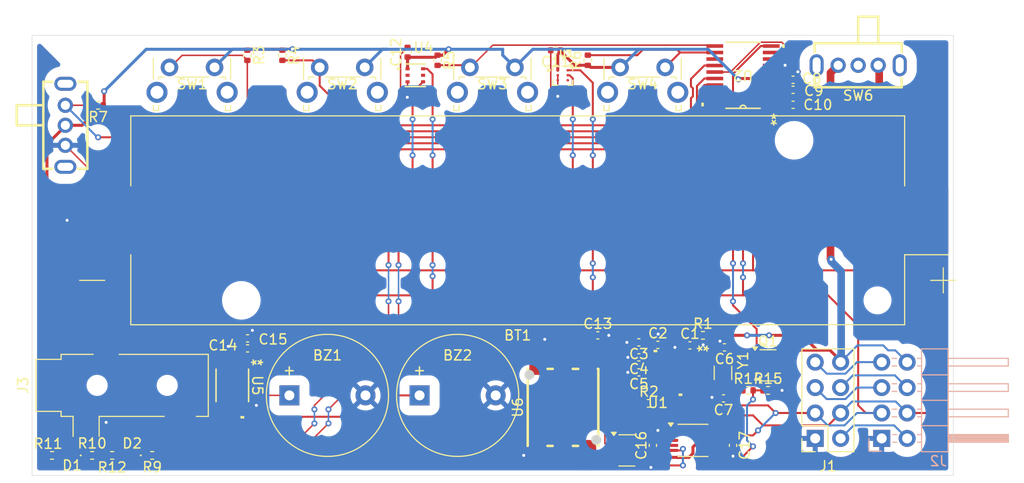
<source format=kicad_pcb>
(kicad_pcb (version 20240108) (generator "pcbnew") (generator_version "8.0")
  (layers (0 "F.Cu" signal) (31 "B.Cu" signal) (34 "B.Paste" user) (35 "F.Paste" user) (36 "B.SilkS" user "B.Silkscreen") (37 "F.SilkS" user "F.Silkscreen") (38 "B.Mask" user) (39 "F.Mask" user) (44 "Edge.Cuts" user))
  (net 0 "")
  (net 1 "+3V3")
  (net 2 "Net-(U1-BOOTN)")
  (net 3 "Net-(U1-CAP)")
  (net 4 "Net-(U1-XIN32)")
  (net 5 "GND")
  (net 6 "Net-(D1-K)")
  (net 7 "Net-(D1-A)")
  (net 8 "Net-(D2-A)")
  (net 9 "Net-(D2-K)")
  (net 10 "Net-(U1-S_SCL)")
  (net 11 "Net-(U2-P3)")
  (net 12 "Net-(U2-P4)")
  (net 13 "Net-(U2-P5)")
  (net 15 "Net-(Q1-E)")
  (net 16 "/Motion Sensor/INT")
  (net 20 "/Motion Sensor/RST")
  (net 27 "/DigitalMuxer/P2")
  (net 28 "/Temperature and Humidity/INT")
  (net 30 "SCL")
  (net 31 "SDA")
  (net 32 "Net-(J1-Pin_6)")
  (net 33 "UART_TX")
  (net 34 "UART_RX")
  (net 35 "Net-(J1-Pin_5)")
  (net 36 "Net-(U1-XOUT32{slash}CLKSEL1)")
  (net 37 "Net-(U6-VOUT+)")
  (net 38 "Net-(U6-VOUT-)")
  (net 39 "/Light Sensor/INT")
  (net 40 "Net-(BZ1-+)")
  (net 41 "Net-(BZ2-+)")
  (net 42 "Net-(U5-VOUTB)")
  (net 43 "Net-(U7-AIN3)")
  (net 44 "Net-(U5-VOUTA)")
  (net 46 "Net-(BT1-+)")
  (net 47 "/DigitalMuxer/~{INT}")
  (net 48 "/DAC and Sound/RDY{slash}~{BSY}")
  (net 49 "/Pressure and ADC/ALERT{slash}RDY")
  (net 52 "Net-(U7-AIN1)")
  (net 53 "/Pressure and ADC/~{SHDN}")
  (net 55 "Net-(U2-P2)")
  (net 56 "Net-(U2-P1)")
  (footprint "Battery:BatteryHolder_Keystone_1042_1x18650" (layer "F.Cu") (at 142.5 63.5 180)
    (property "Reference" "BT1")
    (property "Value" "3.3V")
  )
  (footprint "Capacitor_SMD:C_0402_1005Metric" (layer "F.Cu") (at 154.6 78.7 180)
    (property "Reference" "C5")
    (property "Value" "1uF")
  )
  (footprint "Crystal:Crystal_SMD_3215-2Pin_3.2x1.5mm" (layer "F.Cu") (at 163 78.75 90)
    (property "Reference" "Y1")
    (property "Value" "Crystal_32.768kHz")
  )
  (footprint "Package_TO_SOT_SMD:SOT-23-3" (layer "F.Cu") (at 167.5 78)
    (property "Reference" "Q1")
    (property "Value" "Q_NPN_BEC")
  )
  (footprint "Resistor_SMD:R_0402_1005Metric" (layer "F.Cu") (at 165.5 80.5)
    (property "Reference" "R14")
    (property "Value" "R")
  )
  (footprint "Peanut:LTR-308ALS-01_LTO" (layer "F.Cu") (at 132.2747 49)
    (property "Reference" "U4")
    (property "Value" "LTR-303ALS-01")
  )
  (footprint "Capacitor_SMD:C_0402_1005Metric" (layer "F.Cu") (at 156.5 75.95)
    (property "Reference" "C2")
    (property "Value" "100nF")
  )
  (footprint "Resistor_SMD:R_0402_1005Metric" (layer "F.Cu") (at 161 75)
    (property "Reference" "R1")
    (property "Value" "10k")
  )
  (footprint "Capacitor_SMD:C_0402_1005Metric" (layer "F.Cu") (at 154.6 77.2 180)
    (property "Reference" "C4")
    (property "Value" "1uF")
  )
  (footprint "Capacitor_SMD:C_0402_1005Metric" (layer "F.Cu") (at 170 51.95)
    (property "Reference" "C10")
    (property "Value" "1uF")
  )
  (footprint "Peanut:SW-TH_SK12D07VG4" (layer "F.Cu") (at 176.5 48 180)
    (property "Reference" "SW6")
    (property "Value" "Slide Switch")
  )
  (footprint "Capacitor_SMD:C_0402_1005Metric" (layer "F.Cu") (at 146.275 46.5 180)
    (property "Reference" "C11")
    (property "Value" "1uF")
  )
  (footprint "Peanut:PW20" (layer "F.Cu") (at 165 49 180)
    (property "Reference" "U2")
    (property "Value" "PCF8574APWR")
  )
  (footprint "Capacitor_SMD:C_0402_1005Metric" (layer "F.Cu") (at 154.6 75.7 180)
    (property "Reference" "C3")
    (property "Value" "1uF")
  )
  (footprint "Peanut:LGA28_5.2X3.8_CEV" (layer "F.Cu") (at 158.5 78.75 -90)
    (property "Reference" "U1")
    (property "Value" "BNO085")
  )
  (footprint "Capacitor_SMD:C_0402_1005Metric" (layer "F.Cu") (at 159.7 76)
    (property "Reference" "C1")
    (property "Value" "1uF")
  )
  (footprint "Peanut:HDC2010YPAR" (layer "F.Cu") (at 147 49)
    (property "Reference" "U3")
    (property "Value" "HDC2010YPAR")
  )
  (footprint "Buzzer_Beeper:Buzzer_12x9.5RM7.6" (layer "F.Cu") (at 132.7 81)
    (property "Reference" "BZ2")
    (property "Value" "Buzzer")
  )
  (footprint "Capacitor_SMD:C_0402_1005Metric" (layer "F.Cu") (at 163.15 76.2 180)
    (property "Reference" "C6")
    (property "Value" "22pF")
  )
  (footprint "Button_Switch_THT:SW_Tactile_SPST_Angled_PTS645Vx58-2LFS" (layer "F.Cu") (at 107.725 48.2125)
    (property "Reference" "SW1")
    (property "Value" "Push_Button")
  )
  (footprint "Resistor_SMD:R_0402_1005Metric" (layer "F.Cu") (at 96 87)
    (property "Reference" "R11")
    (property "Value" "2.2k")
  )
  (footprint "Capacitor_SMD:C_0402_1005Metric" (layer "F.Cu") (at 150.5 75)
    (property "Reference" "C13")
    (property "Value" "1uF")
  )
  (footprint "Capacitor_SMD:C_0402_1005Metric" (layer "F.Cu") (at 115.52 76.3 180)
    (property "Reference" "C14")
    (property "Value" "0.1uF")
  )
  (footprint "Package_TO_SOT_SMD:TSOT-23-8" (layer "F.Cu") (at 153.4 86.5)
    (property "Reference" "U8" (hide yes))
    (property "Value" "INA350ABSIDDFR")
  )
  (footprint "Connector_Audio:Jack_3.5mm_CUI_SJ-3523-SMT_Horizontal" (layer "F.Cu") (at 103 80 90)
    (property "Reference" "J3")
    (property "Value" "AudioPlug3")
  )
  (footprint "Capacitor_SMD:C_0402_1005Metric" (layer "F.Cu") (at 115.52 75.3 180)
    (property "Reference" "C15")
    (property "Value" "0.1uF")
  )
  (footprint "Connector_PinSocket_2.54mm:PinSocket_2x04_P2.54mm_Vertical" (layer "F.Cu") (at 172.21 85.3 180)
    (property "Reference" "J1")
    (property "Value" "Conn_02x04_Odd_Even")
  )
  (footprint "Peanut:SW-TH_SK12D07VG4" (layer "F.Cu") (at 97.325 54 -90)
    (property "Reference" "SW5" (hide yes))
    (property "Value" "Slide Switch")
  )
  (footprint "Resistor_SMD:R_0402_1005Metric" (layer "F.Cu") (at 149.5 47.5 90)
    (property "Reference" "R6")
    (property "Value" "100k")
  )
  (footprint "Button_Switch_THT:SW_Tactile_SPST_Angled_PTS645Vx58-2LFS" (layer "F.Cu") (at 122.725 48.2125)
    (property "Reference" "SW2")
    (property "Value" "Push_Button")
  )
  (footprint "LED_SMD:LED_0201_0603Metric" (layer "F.Cu") (at 98 87 180)
    (property "Reference" "D1")
    (property "Value" "RED")
  )
  (footprint "Button_Switch_THT:SW_Tactile_SPST_Angled_PTS645Vx58-2LFS" (layer "F.Cu") (at 152.725 48.2125)
    (property "Reference" "SW4")
    (property "Value" "Push_Button")
  )
  (footprint "Peanut:MSOP10_MC_MCH" (layer "F.Cu") (at 114 80 -90)
    (property "Reference" "U5")
    (property "Value" "MCP4728T-E/UN")
  )
  (footprint "Resistor_SMD:R_0402_1005Metric" (layer "F.Cu") (at 100.6 52 180)
    (property "Reference" "R7")
    (property "Value" "100k")
  )
  (footprint "Capacitor_SMD:C_0402_1005Metric" (layer "F.Cu") (at 131.5 46.7 90)
    (property "Reference" "C12")
    (property "Value" "1uf")
  )
  (footprint "Resistor_SMD:R_0402_1005Metric" (layer "F.Cu") (at 134.5 47.5 -90)
    (property "Reference" "R5")
    (property "Value" "100k")
  )
  (footprint "Resistor_SMD:R_0402_1005Metric" (layer "F.Cu") (at 167.5 80.5)
    (property "Reference" "R15")
    (property "Value" "R")
  )
  (footprint "Resistor_SMD:R_0402_1005Metric" (layer "F.Cu") (at 100 87 180)
    (property "Reference" "R10")
    (property "Value" "100k")
  )
  (footprint "Resistor_SMD:R_0402_1005Metric" (layer "F.Cu") (at 115.5 47 -90)
    (property "Reference" "R3")
    (property "Value" "100k")
  )
  (footprint "Capacitor_SMD:C_0402_1005Metric" (layer "F.Cu") (at 170 49.45)
    (property "Reference" "C8")
    (property "Value" "1uF")
  )
  (footprint "Resistor_SMD:R_0402_1005Metric" (layer "F.Cu") (at 119 47 -90)
    (property "Reference" "R4")
    (property "Value" "100k")
  )
  (footprint "Capacitor_SMD:C_0402_1005Metric" (layer "F.Cu") (at 170 50.45)
    (property "Reference" "C9")
    (property "Value" "1uF")
  )
  (footprint "Package_SO:VSSOP-10_3x3mm_P0.5mm" (layer "F.Cu") (at 160 85.5)
    (property "Reference" "U7" (hide yes))
    (property "Value" "ADS1015IDGSR")
  )
  (footprint "Buzzer_Beeper:Buzzer_12x9.5RM7.6" (layer "F.Cu") (at 119.7 81)
    (property "Reference" "BZ1")
    (property "Value" "Buzzer")
  )
  (footprint "Resistor_SMD:R_0402_1005Metric" (layer "F.Cu") (at 106 87 180)
    (property "Reference" "R9")
    (property "Value" "100k")
  )
  (footprint "Capacitor_SMD:C_0402_1005Metric" (layer "F.Cu") (at 163.05 81.3 180)
    (property "Reference" "C7")
    (property "Value" "22pF")
  )
  (footprint "Resistor_SMD:R_0402_1005Metric" (layer "F.Cu") (at 155.6 81.8)
    (property "Reference" "R2")
    (property "Value" "2.2k")
  )
  (footprint "LED_SMD:LED_0201_0603Metric" (layer "F.Cu") (at 104 87 180)
    (property "Reference" "D2")
    (property "Value" "GRN")
  )
  (footprint "Resistor_SMD:R_0402_1005Metric" (layer "F.Cu") (at 102 87)
    (property "Reference" "R12")
    (property "Value" "2.2k")
  )
  (footprint "Button_Switch_THT:SW_Tactile_SPST_Angled_PTS645Vx58-2LFS" (layer "F.Cu") (at 137.725 48.2125)
    (property "Reference" "SW3")
    (property "Value" "Push_Button")
  )
  (footprint "Peanut:SOP-4_L7.0-W7.0-P2.54-LS10.3-TL-CW_LWP040-PSGLC-S" (layer "F.Cu") (at 147 82.2 90)
    (property "Reference" "U6")
    (property "Value" "LWP040-PSGLC-S")
    (fp_poly (pts (xy 3.75 -3.34) (xy 3.729746 -3.480866) (xy 3.670627 -3.61032) (xy 3.57743 -3.717875) (xy 3.457708 -3.794816) (xy 3.321157 -3.834911) (xy 3.178843 -3.834911) (xy 3.042292 -3.794816) (xy 2.92257 -3.717875) (xy 2.829373 -3.61032) (xy 2.770254 -3.480866) (xy 2.75 -3.34) (xy 2.770254 -3.199134) (xy 2.829373 -3.06968) (xy 2.92257 -2.962125) (xy 3.042292 -2.885184) (xy 3.178843 -2.845089) (xy 3.321157 -2.845089) (xy 3.457708 -2.885184) (xy 3.57743 -2.962125) (xy 3.670627 -3.06968) (xy 3.729746 -3.199134)) (fill solid) (layer "Edge.Cuts"))
    (fp_poly (pts (xy -2.75 3.34) (xy -2.770254 3.199134) (xy -2.829373 3.06968) (xy -2.92257 2.962125) (xy -3.042292 2.885184) (xy -3.178843 2.845089) (xy -3.321157 2.845089) (xy -3.457708 2.885184) (xy -3.57743 2.962125) (xy -3.670627 3.06968) (xy -3.729746 3.199134) (xy -3.75 3.34) (xy -3.729746 3.480866) (xy -3.670627 3.61032) (xy -3.57743 3.717875) (xy -3.457708 3.794816) (xy -3.321157 3.834911) (xy -3.178843 3.834911) (xy -3.042292 3.794816) (xy -2.92257 3.717875) (xy -2.829373 3.61032) (xy -2.770254 3.480866)) (fill solid) (layer "Edge.Cuts"))
  )
  (footprint "Capacitor_SMD:C_0402_1005Metric" (layer "F.Cu") (at 156 86 90)
    (property "Reference" "C16")
    (property "Value" "0.1uF")
  )
  (footprint "Capacitor_SMD:C_0402_1005Metric" (layer "F.Cu") (at 164 86 -90)
    (property "Reference" "C17")
    (property "Value" "0.1uF")
  )
  (footprint "Peanut:PinHeader_2x04_P2.54mm_Horizontal_Flipped" (layer "B.Cu") (at 178.85 85.3)
    (property "Reference" "J2")
    (property "Value" "Conn_02x04_Odd_Even")
  )
  (gr_rect (start 94 45) (end 186 89) (stroke (width 0.05)) (fill none) (layer "Edge.Cuts"))
  (segment (start 162.2 85.5) (end 163.9 85.5) (width 0.3) (layer "F.Cu") (net 1))
  (segment (start 156.122614 86.6) (end 156.722614 87.2) (width 0.3) (layer "F.Cu") (net 1))
  (segment (start 160.220599 78) (end 160.8 78) (width 0.3) (layer "F.Cu") (net 1))
  (segment (start 168.6375 78) (end 170.1575 76.48) (width 0.3) (layer "F.Cu") (net 1))
  (segment (start 150.2664 77.7748) (end 150.2664 75.2664) (width 0.3) (layer "F.Cu") (net 1))
  (segment (start 155.2375 77.1625) (end 155.2 77.2) (width 0.3) (layer "F.Cu") (net 1))
  (segment (start 155.23 78.77) (end 155.2 78.8) (width 0.3) (layer "F.Cu") (net 1))
  (segment (start 146.5 48.5) (end 146.5 46.9) (width 0.3) (layer "F.Cu") (net 1))
  (segment (start 155.1625 77.1625) (end 155.15 77.15) (width 0.3) (layer "F.Cu") (net 1))
  (segment (start 101.49 87) (end 102.087 86.403) (width 0.3) (layer "F.Cu") (net 1))
  (segment (start 95.49 87) (end 95.49 72.2) (width 0.3) (layer "F.Cu") (net 1))
  (segment (start 169.475 49.35) (end 169.475 51.95) (width 0.3) (layer "F.Cu") (net 1))
  (segment (start 150.02 74.58) (end 151 73.6) (width 0.3) (layer "F.Cu") (net 1))
  (segment (start 160 86.8) (end 159.6 87.2) (width 0.3) (layer "F.Cu") (net 1))
  (segment (start 155.09 81.8) (end 155.09 75.71) (width 0.3) (layer "F.Cu") (net 1))
  (segment (start 159.75 77.1625) (end 159.75 77.529401) (width 0.3) (layer "F.Cu") (net 1))
  (segment (start 131.5 47.2) (end 134.3 47.2) (width 0.3) (layer "F.Cu") (net 1))
  (segment (start 120 46.4) (end 115.4 46.4) (width 0.3) (layer "F.Cu") (net 1))
  (segment (start 131.5 48.350001) (end 131.5 47.2) (width 0.3) (layer "F.Cu") (net 1))
  (segment (start 163.9 85.5) (end 164 85.6) (width 0.3) (layer "F.Cu") (net 1))
  (segment (start 157.22 87.2) (end 159 87.2) (width 0.3) (layer "F.Cu") (net 1))
  (segment (start 159.6 87.2) (end 158.4 87.2) (width 0.3) (layer "F.Cu") (net 1))
  (segment (start 152.9375 48) (end 152.725 48.2125) (width 0.2) (layer "F.Cu") (net 1))
  (segment (start 112.225 48.2125) (end 112 48.4375) (width 0.2) (layer "F.Cu") (net 1))
  (segment (start 146.5 46.9) (end 146.8 46.6) (width 0.3) (layer "F.Cu") (net 1))
  (segment (start 160.666002 85.5) (end 160 86.166002) (width 0.3) (layer "F.Cu") (net 1))
  (segment (start 155.1 75.483998) (end 156.983998 73.6) (width 0.3) (layer "F.Cu") (net 1))
  (segment (start 163.2 75) (end 161.8 73.6) (width 0.3) (layer "F.Cu") (net 1))
  (segment (start 172.4 76.48) (end 170.92 75) (width 0.3) (layer "F.Cu") (net 1))
  (segment (start 159.75 77.529401) (end 160.220599 78) (width 0.3) (layer "F.Cu") (net 1))
  (segment (start 135 47) (end 134.6 47) (width 0.3) (layer "F.Cu") (net 1))
  (segment (start 156.983998 73.6) (end 157.5 73.6) (width 0.3) (layer "F.Cu") (net 1))
  (segment (start 170.1575 76.48) (end 172.4 76.48) (width 0.3) (layer "F.Cu") (net 1))
  (segment (start 152.725 48.2125) (end 149.8125 48.2125) (width 0.3) (layer "F.Cu") (net 1))
  (segment (start 150.02 75) (end 150.02 74.58) (width 0.3) (layer "F.Cu") (net 1))
  (segment (start 134.3 47.2) (end 134.5 47) (width 0.3) (layer "F.Cu") (net 1))
  (segment (start 151 73.6) (end 157.8 73.6) (width 0.3) (layer "F.Cu") (net 1))
  (segment (start 170.891 53.321) (end 172.979 53.321) (width 0.3) (layer "F.Cu") (net 1))
  (segment (start 101.2 51.796398) (end 98.996398 54) (width 0.3) (layer "F.Cu") (net 1))
  (segment (start 161.44259 85.5) (end 162.2 85.5) (width 0.2) (layer "F.Cu") (net 1))
  (segment (start 150.2664 75.2664) (end 150 75) (width 0.3) (layer "F.Cu") (net 1))
  (segment (start 165.4 75) (end 163.2 75) (width 0.3) (layer "F.Cu") (net 1))
  (segment (start 101.2 50.6) (end 101.2 51.796398) (width 0.3) (layer "F.Cu") (net 1))
  (segment (start 111.8 72.2) (end 115 75.4) (width 0.3) (layer "F.Cu") (net 1))
  (segment (start 169.52 51.95) (end 170.891 53.321) (width 0.3) (layer "F.Cu") (net 1))
  (segment (start 95.49 55.91) (end 97.4 54) (width 0.3) (layer "F.Cu") (net 1))
  (segment (start 156 86.6) (end 156.122614 86.6) (width 0.3) (layer "F.Cu") (net 1))
  (segment (start 155.575 86.175) (end 156 86.6) (width 0.3) (layer "F.Cu") (net 1))
  (segment (start 173.738001 48.761999) (end 173.738001 67.338001) (width 0.762) (layer "F.Cu") (net 1))
  (segment (start 155.1 75.7) (end 155.1 75.483998) (width 0.3) (layer "F.Cu") (net 1))
  (segment (start 100.003 86.403) (end 100.6 87) (width 0.3) (layer "F.Cu") (net 1))
  (segment (start 95.49 87) (end 96.087 86.403) (width 0.3) (layer "F.Cu") (net 1))
  (segment (start 169.400001 49.275001) (end 169.475 49.35) (width 0.3) (layer "F.Cu") (net 1))
  (segment (start 153.875001 86.175) (end 153.598 85.897999) (width 0.3) (layer "F.Cu") (net 1))
  (segment (start 161.6 73.6) (end 156.8 73.6) (width 0.3) (layer "F.Cu") (net 1))
  (segment (start 164.601999 49.325001) (end 164.527 49.4) (width 0.3) (layer "F.Cu") (net 1))
  (segment (start 170.92 75) (end 167.6 75) (width 0.3) (layer "F.Cu") (net 1))
  (segment (start 149.435 48.01) (end 149.5 48.01) (width 0.2) (layer "F.Cu") (net 1))
  (segment (start 154.5375 86.175) (end 153.875001 86.175) (width 0.3) (layer "F.Cu") (net 1))
  (segment (start 160 86.166002) (end 160 86.8) (width 0.3) (layer "F.Cu") (net 1))
  (segment (start 173.738001 67.338001) (end 173.8 67.4) (width 0.762) (layer "F.Cu") (net 1))
  (segment (start 152.5225 48.01) (end 152.725 48.2125) (width 0.2) (layer "F.Cu") (net 1))
  (segment (start 168.0944 49.275001) (end 169.400001 49.275001) (width 0.3) (layer "F.Cu") (net 1))
  (segment (start 167.8194 49.325001) (end 164.601999 49.325001) (width 0.3) (layer "F.Cu") (net 1))
  (segment (start 161.6 77.2) (end 161.6 75) (width 0.3) (layer "F.Cu") (net 1))
  (segment (start 172.4 76.48) (end 173.68 76.48) (width 0.3) (layer "F.Cu") (net 1))
  (segment (start 153.598 85.897999) (end 153.598 83.402) (width 0.3) (layer "F.Cu") (net 1))
  (segment (start 174.5 48) (end 173.738001 48.761999) (width 0.762) (layer "F.Cu") (net 1))
  (segment (start 163.2 75) (end 161.6 75) (width 0.3) (layer "F.Cu") (net 1))
  (segment (start 162.2 85.5) (end 160.666002 85.5) (width 0.3) (layer "F.Cu") (net 1))
  (segment (start 154.5375 86.175) (end 155.575 86.175) (width 0.3) (layer "F.Cu") (net 1))
  (segment (start 98.996398 54) (end 97.4 54) (width 0.3) (layer "F.Cu") (net 1))
  (segment (start 155.09 75.71) (end 155.1 75.7) (width 0.3) (layer "F.Cu") (net 1))
  (segment (start 115.000001 75.400001) (end 115 75.4) (width 0.3) (layer "F.Cu") (net 1))
  (segment (start 149.8125 48.2125) (end 149.6 48) (width 0.3) (layer "F.Cu") (net 1))
  (segment (start 153.598 83.402) (end 155.2 81.8) (width 0.3) (layer "F.Cu") (net 1))
  (segment (start 135.6 46.4) (end 135 47) (width 0.3) (layer "F.Cu") (net 1))
  (segment (start 160.8495 77.999999) (end 160.786 77.999999) (width 0.2) (layer "F.Cu") (net 1))
  (segment (start 156.249999 77.1625) (end 155.1625 77.1625) (width 0.3) (layer "F.Cu") (net 1))
  (segment (start 173.68 76.48) (end 174.8 77.6) (width 0.3) (layer "F.Cu") (net 1))
  (segment (start 96.087 86.403) (end 100.003 86.403) (width 0.3) (layer "F.Cu") (net 1))
  (segment (start 106.003 86.403) (end 106.6 87) (width 0.3) (layer "F.Cu") (net 1))
  (segment (start 160.8 78) (end 161.6 77.2) (width 0.3) (layer "F.Cu") (net 1))
  (segment (start 161.8 73.6) (end 161.6 73.6) (width 0.3) (layer "F.Cu") (net 1))
  (segment (start 161.51 75) (end 161.5 75.01) (width 0.2) (layer "F.Cu") (net 1))
  (segment (start 156.722614 87.2) (end 157.8 87.2) (width 0.3) (layer "F.Cu") (net 1))
  (segment (start 95.49 72.2) (end 95.49 55.91) (width 0.3) (layer "F.Cu") (net 1))
  (segment (start 148.2 48) (end 149.6 48) (width 0.3) (layer "F.Cu") (net 1))
  (segment (start 115.000001 77.9553) (end 115.000001 75.400001) (width 0.3) (layer "F.Cu") (net 1))
  (segment (start 146.8 46.6) (end 148.2 48) (width 0.3) (layer "F.Cu") (net 1))
  (segment (start 102.087 86.403) (end 106.003 86.403) (width 0.3) (layer "F.Cu") (net 1))
  (segment (start 95.49 72.2) (end 111.8 72.2) (width 0.3) (layer "F.Cu") (net 1))
  (segment (start 100.51 87) (end 101.4 87) (width 0.3) (layer "F.Cu") (net 1))
  (segment (start 172.979 53.321) (end 173.8 52.5) (width 0.3) (layer "F.Cu") (net 1))
  (via (at 120 46.4) (size 0.6) (drill 0.3) (layers "F.Cu" "B.Cu") (net 1))
  (via (at 167.6 75) (size 0.6) (drill 0.3) (layers "F.Cu" "B.Cu") (net 1))
  (via (at 101.2 50.6) (size 0.6) (drill 0.3) (layers "F.Cu" "B.Cu") (net 1))
  (via (at 173.8 67.4) (size 0.6) (drill 0.3) (layers "F.Cu" "B.Cu") (net 1))
  (via (at 164.527 49.4) (size 0.6) (drill 0.3) (layers "F.Cu" "B.Cu") (net 1))
  (via (at 165.4 75) (size 0.6) (drill 0.3) (layers "F.Cu" "B.Cu") (net 1))
  (via (at 135.6 46.4) (size 0.6) (drill 0.3) (layers "F.Cu" "B.Cu") (net 1))
  (segment (start 129.4 46.4) (end 120.8 46.4) (width 0.3) (layer "B.Cu") (net 1))
  (segment (start 129.4 46.4) (end 129 46.4) (width 0.3) (layer "B.Cu") (net 1))
  (segment (start 120.8 46.4) (end 120 46.4) (width 0.3) (layer "B.Cu") (net 1))
  (segment (start 105.4 46.4) (end 115.6 46.4) (width 0.3) (layer "B.Cu") (net 1))
  (segment (start 141 46.9875) (end 141 46.4) (width 0.3) (layer "B.Cu") (net 1))
  (segment (start 176.43 76) (end 179 76) (width 0.2) (layer "B.Cu") (net 1))
  (segment (start 105.4 46.4) (end 101.2 50.6) (width 0.3) (layer "B.Cu") (net 1))
  (segment (start 144 46.4) (end 142.2 48.2) (width 0.3) (layer "B.Cu") (net 1))
  (segment (start 129 46.4) (end 127.2 48.2) (width 0.3) (layer "B.Cu") (net 1))
  (segment (start 161.527 46.4) (end 157.2 46.4) (width 0.3) (layer "B.Cu") (net 1))
  (segment (start 142.225 48.2125) (end 141 46.9875) (width 0.3) (layer "B.Cu") (net 1))
  (segment (start 157.2 46.4) (end 154.6 46.4) (width 0.3) (layer "B.Cu") (net 1))
  (segment (start 120 46.4) (end 114 46.4) (width 0.3) (layer "B.Cu") (net 1))
  (segment (start 173.8 67.4) (end 173.8 67.6) (width 0.762) (layer "B.Cu") (net 1))
  (segment (start 174.8 68.6) (end 174.8 77.8) (width 0.762) (layer "B.Cu") (net 1))
  (segment (start 173.8 67.6) (end 174.8 68.6) (width 0.762) (layer "B.Cu") (net 1))
  (segment (start 154.6 46.4) (end 152.8 48.2) (width 0.3) (layer "B.Cu") (net 1))
  (segment (start 164.527 49.4) (end 161.527 46.4) (width 0.3) (layer "B.Cu") (net 1))
  (segment (start 179 76) (end 179.5 76.5) (width 0.2) (layer "B.Cu") (net 1))
  (segment (start 180.21 76.5) (end 181.39 77.68) (width 0.2) (layer "B.Cu") (net 1))
  (segment (start 179.5 76.5) (end 180.21 76.5) (width 0.2) (layer "B.Cu") (net 1))
  (segment (start 167.6 75) (end 165.4 75) (width 0.3) (layer "B.Cu") (net 1))
  (segment (start 154.6 46.4) (end 144 46.4) (width 0.3) (layer "B.Cu") (net 1))
  (segment (start 114 46.4) (end 112.2 48.2) (width 0.3) (layer "B.Cu") (net 1))
  (segment (start 141 46.4) (end 129.4 46.4) (width 0.3) (layer "B.Cu") (net 1))
  (segment (start 174.75 77.68) (end 176.43 76) (width 0.2) (layer "B.Cu") (net 1))
  (segment (start 159.250001 77.1625) (end 159.250001 75.250001) (width 0.15) (layer "F.Cu") (net 2))
  (segment (start 159.25 77.162499) (end 159.250001 77.1625) (width 0.2) (layer "F.Cu") (net 2))
  (segment (start 159.250001 75.250001) (end 159.25 75.25) (width 0.15) (layer "F.Cu") (net 2))
  (segment (start 159.49 75) (end 159.25 75.24) (width 0.2) (layer "F.Cu") (net 2))
  (segment (start 160.49 75) (end 159.49 75) (width 0.2) (layer "F.Cu") (net 2))
  (segment (start 156.75 77.162499) (end 156.750001 77.1625) (width 0.2) (layer "F.Cu") (net 3))
  (segment (start 156.750001 76.199999) (end 157 75.95) (width 0.15) (layer "F.Cu") (net 3))
  (segment (start 156.750001 77.1625) (end 156.750001 76.199999) (width 0.15) (layer "F.Cu") (net 3))
  (segment (start 163.475 77.025) (end 163 77.5) (width 0.2) (layer "F.Cu") (net 4))
  (segment (start 160.786 78.5) (end 162 78.5) (width 0.2) (layer "F.Cu") (net 4))
  (segment (start 162 78.5) (end 163 77.5) (width 0.2) (layer "F.Cu") (net 4))
  (segment (start 163.475 76.25) (end 163.475 77.025) (width 0.2) (layer "F.Cu") (net 4))
  (segment (start 155.8 88.2) (end 155.075 87.475) (width 0.15) (layer "F.Cu") (net 5))
  (segment (start 153.45 75.75) (end 153.4 75.7) (width 0.15) (layer "F.Cu") (net 5))
  (segment (start 145.1864 77.7748) (end 145.1864 75.4136) (width 0.15) (layer "F.Cu") (net 5))
  (segment (start 145.254911 86.305089) (end 144.96 86.6) (width 0.2) (layer "F.Cu") (net 5))
  (segment (start 162.7 81.25) (end 161.95 81.25) (width 0.15) (layer "F.Cu") (net 5))
  (segment (start 167.8194 48.025001) (end 169.125001 48.025001) (width 0.15) (layer "F.Cu") (net 5))
  (segment (start 160.545601 79.500001) (end 158.8 77.7544) (width 0.15) (layer "F.Cu") (net 5))
  (segment (start 167.8194 48.025001) (end 168.625001 48.025001) (width 0.15) (layer "F.Cu") (net 5))
  (segment (start 154.27 75.75) (end 153.45 75.75) (width 0.15) (layer "F.Cu") (net 5))
  (segment (start 113.500001 76.199999) (end 113.6 76.1) (width 0.15) (layer "F.Cu") (net 5))
  (segment (start 160.786 79.500001) (end 162.485999 81.2) (width 0.15) (layer "F.Cu") (net 5))
  (segment (start 145.8 50.4) (end 145.8 46.5) (width 0.15) (layer "F.Cu") (net 5))
  (segment (start 156.5 84.7) (end 156.6 84.6) (width 0.15) (layer "F.Cu") (net 5))
  (segment (start 143.1252 86.9748) (end 143.1 87) (width 0.15) (layer "F.Cu") (net 5))
  (segment (start 158.25 77.1625) (end 158.25 76.25) (width 0.15) (layer "F.Cu") (net 5))
  (segment (start 146.5 49.5) (end 146.5 51.1) (width 0.15) (layer "F.Cu") (net 5))
  (segment (start 163.754111 48.674999) (end 166.733908 45.695202) (width 0.15) (layer "F.Cu") (net 5))
  (segment (start 169.2 48) (end 169.2 47.3) (width 0.15) (layer "F.Cu") (net 5))
  (segment (start 113.500001 77.9553) (end 113.500001 76.199999) (width 0.15) (layer "F.Cu") (net 5))
  (segment (start 162.1806 48.674999) (end 163.754111 48.674999) (width 0.15) (layer "F.Cu") (net 5))
  (segment (start 103.1 61.775) (end 103.1 63.7) (width 0.15) (layer "F.Cu") (net 5))
  (segment (start 146.5 51.1) (end 145.8 50.4) (width 0.15) (layer "F.Cu") (net 5))
  (segment (start 157.25 79.9716) (end 157.6216 79.6) (width 0.15) (layer "F.Cu") (net 5))
  (segment (start 168.8596 45.695202) (end 169.2 46.035602) (width 0.15) (layer "F.Cu") (net 5))
  (segment (start 161.95 81.25) (end 161.9 81.2) (width 0.15) (layer "F.Cu") (net 5))
  (segment (start 156.525 74.875) (end 156.02 75.38) (width 0.15) (layer "F.Cu") (net 5))
  (segment (start 158.7625 77.1625) (end 158.8 77.2) (width 0.15) (layer "F.Cu") (net 5))
  (segment (start 130.8 46.92) (end 130.8 50.5) (width 0.15) (layer "F.Cu") (net 5))
  (segment (start 155.075 87.475) (end 152.925 87.475) (width 0.15) (layer "F.Cu") (net 5))
  (segment (start 168.625001 46.725001) (end 169.2 47.3) (width 0.15) (layer "F.Cu") (net 5))
  (segment (start 145.1864 86.9748) (end 143.1252 86.9748) (width 0.15) (layer "F.Cu") (net 5))
  (segment (start 152.925 87.475) (end 152.9 87.5) (width 0.15) (layer "F.Cu") (net 5))
  (segment (start 144.96 77.4) (end 145.254911 77.694911) (width 0.2) (layer "F.Cu") (net 5))
  (segment (start 162.675 76.25) (end 162.675 75.602) (width 0.15) (layer "F.Cu") (net 5))
  (segment (start 156 85.52) (end 156 85) (width 0.15) (layer "F.Cu") (net 5))
  (segment (start 146.5 49) (end 146.5 49.5) (width 0.15) (layer "F.Cu") (net 5))
  (segment (start 162.675 75.602) (end 162.7 75.577) (width 0.15) (layer "F.Cu") (net 5))
  (segment (start 167.8194 46.725001) (end 168.625001 46.725001) (width 0.15) (layer "F.Cu") (net 5))
  (segment (start 156.5 85.52) (end 156.5 84.7) (width 0.15) (layer "F.Cu") (net 5))
  (segment (start 169.2 46.035602) (end 169.2 48) (width 0.15) (layer "F.Cu") (net 5))
  (segment (start 154.27 78.75) (end 153.55 78.75) (width 0.15) (layer "F.Cu") (net 5))
  (segment (start 153.55 78.75) (end 153.5 78.7) (width 0.15) (layer "F.Cu") (net 5))
  (segment (start 168.524998 48.675002) (end 167.8194 48.675002) (width 0.15) (layer "F.Cu") (net 5))
  (segment (start 169.2 48) (end 168.524998 48.675002) (width 0.15) (layer "F.Cu") (net 5))
  (segment (start 169.125001 48.025001) (end 169.2 48.1) (width 0.15) (layer "F.Cu") (net 5))
  (segment (start 153.55 77.25) (end 153.5 77.2) (width 0.15) (layer "F.Cu") (net 5))
  (segment (start 166.733908 45.695202) (end 168.8596 45.695202) (width 0.15) (layer "F.Cu") (net 5))
  (segment (start 150.98 75) (end 151.6 75) (width 0.15) (layer "F.Cu") (net 5))
  (segment (start 156 85) (end 156.4 84.6) (width 0.15) (layer "F.Cu") (net 5))
  (segment (start 169.2 47.3) (end 168.6 46.7) (width 0.15) (layer "F.Cu") (net 5))
  (segment (start 157.6216 79.6) (end 160.8 79.6) (width 0.15) (layer "F.Cu") (net 5))
  (segment (start 157.8 85.5) (end 156.5 85.5) (width 0.15) (layer "F.Cu") (net 5))
  (segment (start 154.27 77.25) (end 153.55 77.25) (width 0.15) (layer "F.Cu") (net 5))
  (segment (start 162.485999 81.2) (end 162.6 81.2) (width 0.15) (layer "F.Cu") (net 5))
  (segment (start 97.325 56) (end 103.1 61.775) (width 0.15) (layer "F.Cu") (net 5))
  (segment (start 158.25 76.25) (end 158.2 76.2) (width 0.15) (layer "F.Cu") (net 5))
  (segment (start 131.5 49.649999) (end 131.5 51.2) (width 0.15) (layer "F.Cu") (net 5))
  (segment (start 115.000001 82.0447) (end 116.3553 82.0447) (width 0.15) (layer "F.Cu") (net 5))
  (segment (start 116 76.3) (end 116 74.5) (width 0.15) (layer "F.Cu") (net 5))
  (segment (start 160.05 75.95) (end 160 76) (width 0.15) (layer "F.Cu") (net 5))
  (segment (start 164 86.48) (end 164 87.073) (width 0.15) (layer "F.Cu") (net 5))
  (segment (start 160.249999 76.000001) (end 160.25 76) (width 0.15) (layer "F.Cu") (net 5))
  (segment (start 168.01 80.5) (end 168.9 80.5) (width 0.15) (layer "F.Cu") (net 5))
  (segment (start 161.023 75.95) (end 160.05 75.95) (width 0.15) (layer "F.Cu") (net 5))
  (segment (start 116.3553 82.0447) (end 116.4 82) (width 0.15) (layer "F.Cu") (net 5))
  (segment (start 103.17 63.5) (end 97.5 63.5) (width 0.762) (layer "F.Cu") (net 5))
  (segment (start 157.8 84.5) (end 156.5 84.5) (width 0.15) (layer "F.Cu") (net 5))
  (segment (start 170.48 51.95) (end 170.48 48.655) (width 0.15) (layer "F.Cu") (net 5))
  (segment (start 156.02 75.38) (end 156.02 76.25) (width 0.15) (layer "F.Cu") (net 5))
  (segment (start 157.25 80.3375) (end 157.25 79.9716) (width 0.15) (layer "F.Cu") (net 5))
  (segment (start 131.473 51.173) (end 131.473 51.2) (width 0.15) (layer "F.Cu") (net 5))
  (segment (start 167.8194 46.725001) (end 167.159 46.725001) (width 0.15) (layer "F.Cu") (net 5))
  (segment (start 99.4 83.7) (end 101.4 83.7) (width 0.15) (layer "F.Cu") (net 5))
  (segment (start 103.17 61.845) (end 103.17 63.5) (width 0.2) (layer "F.Cu") (net 5))
  (segment (start 130.8 50.5) (end 131.473 51.173) (width 0.15) (layer "F.Cu") (net 5))
  (segment (start 158.8 77.7544) (end 158.8 77.2) (width 0.15) (layer "F.Cu") (net 5))
  (segment (start 145.1864 75.4136) (end 145.2 75.4) (width 0.15) (layer "F.Cu") (net 5))
  (segment (start 131.5 46.22) (end 130.8 46.92) (width 0.15) (layer "F.Cu") (net 5))
  (segment (start 158.25 77.1625) (end 158.7625 77.1625) (width 0.15) (layer "F.Cu") (net 5))
  (segment (start 160.786 79.500001) (end 160.545601 79.500001) (width 0.15) (layer "F.Cu") (net 5))
  (segment (start 160.249999 77.1625) (end 160.249999 76.000001) (width 0.15) (layer "F.Cu") (net 5))
  (via (at 164 87.073) (size 0.6) (drill 0.3) (layers "F.Cu" "B.Cu") (net 5))
  (via (at 113.6 76.1) (size 0.6) (drill 0.3) (layers "F.Cu" "B.Cu") (net 5))
  (via (at 156.5 84.5) (size 0.6) (drill 0.3) (layers "F.Cu" "B.Cu") (net 5))
  (via (at 101.4 83.7) (size 0.6) (drill 0.3) (layers "F.Cu" "B.Cu") (net 5))
  (via (at 153.5 77.2) (size 0.6) (drill 0.3) (layers "F.Cu" "B.Cu") (net 5))
  (via (at 169.2 48) (size 0.6) (drill 0.3) (layers "F.Cu" "B.Cu") (net 5))
  (via (at 151.6 75) (size 0.6) (drill 0.3) (layers "F.Cu" "B.Cu") (net 5))
  (via (at 155.8 88.2) (size 0.6) (drill 0.3) (layers "F.Cu" "B.Cu") (net 5))
  (via (at 131.473 51.2) (size 0.6) (drill 0.3) (layers "F.Cu" "B.Cu") (net 5))
  (via (at 168.9 80.5) (size 0.6) (drill 0.3) (layers "F.Cu" "B.Cu") (net 5))
  (via (at 97.5 63.5) (size 0.6) (drill 0.3) (layers "F.Cu" "B.Cu") (net 5))
  (via (at 116 74.5) (size 0.6) (drill 0.3) (layers "F.Cu" "B.Cu") (net 5))
  (via (at 161.023 75.95) (size 0.6) (drill 0.3) (layers "F.Cu" "B.Cu") (net 5))
  (via (at 162.7 75.577) (size 0.6) (drill 0.3) (layers "F.Cu" "B.Cu") (net 5))
  (via (at 156.525 74.875) (size 0.6) (drill 0.3) (layers "F.Cu" "B.Cu") (net 5))
  (via (at 170.475 48.65) (size 0.6) (drill 0.3) (layers "F.Cu" "B.Cu") (net 5))
  (via (at 161.9 81.2) (size 0.6) (drill 0.3) (layers "F.Cu" "B.Cu") (net 5))
  (via (at 153.4 75.7) (size 0.6) (drill 0.3) (layers "F.Cu" "B.Cu") (net 5))
  (via (at 116.4 82) (size 0.6) (drill 0.3) (layers "F.Cu" "B.Cu") (net 5))
  (via (at 158.2 76.2) (size 0.6) (drill 0.3) (layers "F.Cu" "B.Cu") (net 5))
  (via (at 145.2 75.4) (size 0.6) (drill 0.3) (layers "F.Cu" "B.Cu") (net 5))
  (via (at 153.5 78.7) (size 0.6) (drill 0.3) (layers "F.Cu" "B.Cu") (net 5))
  (via (at 143.1 87) (size 0.6) (drill 0.3) (layers "F.Cu" "B.Cu") (net 5))
  (via (at 146.5 51.1) (size 0.6) (drill 0.3) (layers "F.Cu" "B.Cu") (net 5))
  (segment (start 159.4 56.4) (end 163.5 52.3) (width 0.2) (layer "F.Cu") (net 6))
  (segment (start 130.6 67.973) (end 130.6 56.6) (width 0.2) (layer "F.Cu") (net 6))
  (segment (start 163.2188 51.274999) (end 162.1806 51.274999) (width 0.2) (layer "F.Cu") (net 6))
  (segment (start 119.4 88) (end 123.6 83.8) (width 0.15) (layer "F.Cu") (net 6))
  (segment (start 130.6 56.6) (end 130.8 56.4) (width 0.2) (layer "F.Cu") (net 6))
  (segment (start 130.6 75.4) (end 123.6 82.4) (width 0.15) (layer "F.Cu") (net 6))
  (segment (start 100.49 88) (end 119.4 88) (width 0.15) (layer "F.Cu") (net 6))
  (segment (start 163.5 51.556199) (end 163.2188 51.274999) (width 0.2) (layer "F.Cu") (net 6))
  (segment (start 163.5 52.3) (end 163.5 51.556199) (width 0.2) (layer "F.Cu") (net 6))
  (segment (start 130.8 56.4) (end 159.4 56.4) (width 0.2) (layer "F.Cu") (net 6))
  (segment (start 130.6 71.6) (end 130.6 75.4) (width 0.15) (layer "F.Cu") (net 6))
  (segment (start 99.49 87) (end 98.32 87) (width 0.2) (layer "F.Cu") (net 6))
  (segment (start 99.49 87) (end 100.49 88) (width 0.15) (layer "F.Cu") (net 6))
  (via (at 130.6 71.6) (size 0.6) (drill 0.3) (layers "F.Cu" "B.Cu") (net 6))
  (via (at 123.6 82.4) (size 0.6) (drill 0.3) (layers "F.Cu" "B.Cu") (net 6))
  (via (at 130.6 67.973) (size 0.6) (drill 0.3) (layers "F.Cu" "B.Cu") (net 6))
  (via (at 123.6 83.8) (size 0.6) (drill 0.3) (layers "F.Cu" "B.Cu") (net 6))
  (segment (start 130.6 67.973) (end 130.6 71.6) (width 0.15) (layer "B.Cu") (net 6))
  (segment (start 123.6 82.4) (end 123.6 83.8) (width 0.15) (layer "B.Cu") (net 6))
  (segment (start 130.6 67.973) (end 130.5 68.073) (width 0.2) (layer "B.Cu") (net 6))
  (segment (start 97.68 87) (end 96.6 87) (width 0.2) (layer "F.Cu") (net 7))
  (segment (start 103.68 87) (end 102.51 87) (width 0.2) (layer "F.Cu") (net 8))
  (segment (start 129.6 67.973) (end 129.6 56.6) (width 0.2) (layer "F.Cu") (net 9))
  (segment (start 129.6 74.6) (end 122.2 82) (width 0.15) (layer "F.Cu") (net 9))
  (segment (start 118.4 87.6) (end 109.6 87.6) (width 0.15) (layer "F.Cu") (net 9))
  (segment (start 159.4 55.8) (end 162.1806 53.0194) (width 0.2) (layer "F.Cu") (net 9))
  (segment (start 122.2 82) (end 122.2 82.4) (width 0.15) (layer "F.Cu") (net 9))
  (segment (start 129.6 56.6) (end 130.4 55.8) (width 0.2) (layer "F.Cu") (net 9))
  (segment (start 104.32 87) (end 105.49 87) (width 0.2) (layer "F.Cu") (net 9))
  (segment (start 162.1806 53.0194) (end 162.1806 51.924998) (width 0.2) (layer "F.Cu") (net 9))
  (segment (start 122.2 83.8) (end 118.4 87.6) (width 0.15) (layer "F.Cu") (net 9))
  (segment (start 122.4 83.8) (end 122.4067 83.8) (width 0.2) (layer "F.Cu") (net 9))
  (segment (start 105.49 87) (end 106.09 87.6) (width 0.15) (layer "F.Cu") (net 9))
  (segment (start 129.6 71.6) (end 129.6 74.6) (width 0.15) (layer "F.Cu") (net 9))
  (segment (start 130.4 55.8) (end 159.4 55.8) (width 0.2) (layer "F.Cu") (net 9))
  (segment (start 106.09 87.6) (end 110.4 87.6) (width 0.15) (layer "F.Cu") (net 9))
  (via (at 122.2 83.8) (size 0.6) (drill 0.3) (layers "F.Cu" "B.Cu") (net 9))
  (via (at 122.2 82.4) (size 0.6) (drill 0.3) (layers "F.Cu" "B.Cu") (net 9))
  (via (at 129.6 67.973) (size 0.6) (drill 0.3) (layers "F.Cu" "B.Cu") (net 9))
  (via (at 129.6 71.6) (size 0.6) (drill 0.3) (layers "F.Cu" "B.Cu") (net 9))
  (segment (start 129.6 67.973) (end 129.5 68.073) (width 0.2) (layer "B.Cu") (net 9))
  (segment (start 129.6 67.973) (end 129.6 71.6) (width 0.15) (layer "B.Cu") (net 9))
  (segment (start 122.2 82.4) (end 122.2 83.8) (width 0.15) (layer "B.Cu") (net 9))
  (segment (start 156.11 81.8) (end 156.11 80.49) (width 0.15) (layer "F.Cu") (net 10))
  (segment (start 156.249999 80.3375) (end 156.750001 80.3375) (width 0.2) (layer "F.Cu") (net 10))
  (segment (start 156.11 80.49) (end 156.2 80.4) (width 0.15) (layer "F.Cu") (net 10))
  (segment (start 126.681689 54) (end 122.725 50.043311) (width 0.2) (layer "F.Cu") (net 11))
  (segment (start 160 51.096689) (end 159.8 51.296689) (width 0.2) (layer "F.Cu") (net 11))
  (segment (start 159.8 51.296689) (end 159.8 53.6) (width 0.2) (layer "F.Cu") (net 11))
  (segment (start 122.725 50.043311) (end 122.725 48.2125) (width 0.2) (layer "F.Cu") (net 11))
  (segment (start 159.4 54) (end 126.681689 54) (width 0.2) (layer "F.Cu") (net 11))
  (segment (start 119 47.51) (end 122.0225 47.51) (width 0.2) (layer "F.Cu") (net 11))
  (segment (start 159.8 53.6) (end 159.4 54) (width 0.2) (layer "F.Cu") (net 11))
  (segment (start 159.8 50.108311) (end 160 50.308311) (width 0.2) (layer "F.Cu") (net 11))
  (segment (start 159.8 49.367398) (end 159.8 50.108311) (width 0.2) (layer "F.Cu") (net 11))
  (segment (start 122.0225 47.51) (end 122.725 48.2125) (width 0.2) (layer "F.Cu") (net 11))
  (segment (start 162.1806 48.024998) (end 161.1424 48.024998) (width 0.2) (layer "F.Cu") (net 11))
  (segment (start 161.1424 48.024998) (end 159.8 49.367398) (width 0.2) (layer "F.Cu") (net 11))
  (segment (start 160 50.308311) (end 160 51.096689) (width 0.2) (layer "F.Cu") (net 11))
  (segment (start 117.6 54.6) (end 116.6 53.6) (width 0.2) (layer "F.Cu") (net 12))
  (segment (start 159.4 54.6) (end 117.6 54.6) (width 0.2) (layer "F.Cu") (net 12))
  (segment (start 115.01 47.01) (end 115.6 47.6) (width 0.15) (layer "F.Cu") (net 12))
  (segment (start 160.4 53.6) (end 159.4 54.6) (width 0.2) (layer "F.Cu") (net 12))
  (segment (start 161.1424 49.324998) (end 160.4 50.067398) (width 0.2) (layer "F.Cu") (net 12))
  (segment (start 160.4 50.067398) (end 160.4 53.6) (width 0.2) (layer "F.Cu") (net 12))
  (segment (start 108.99 47.01) (end 107.8 48.2) (width 0.15) (layer "F.Cu") (net 12))
  (segment (start 162.1806 49.324998) (end 161.1424 49.324998) (width 0.2) (layer "F.Cu") (net 12))
  (segment (start 108.99 47.01) (end 115.01 47.01) (width 0.15) (layer "F.Cu") (net 12))
  (segment (start 115.5 47.51) (end 115.5 52.5) (width 0.15) (layer "F.Cu") (net 12))
  (segment (start 115.5 52.5) (end 116.8 53.8) (width 0.15) (layer "F.Cu") (net 12))
  (segment (start 100.09 52) (end 97.4 52) (width 0.15) (layer "F.Cu") (net 13))
  (segment (start 161 53.6) (end 161 50.117399) (width 0.2) (layer "F.Cu") (net 13))
  (segment (start 161 50.117399) (end 161.1424 49.974999) (width 0.2) (layer "F.Cu") (net 13))
  (segment (start 159.4 55.2) (end 161 53.6) (width 0.2) (layer "F.Cu") (net 13))
  (segment (start 100.6 55.2) (end 159.4 55.2) (width 0.2) (layer "F.Cu") (net 13))
  (segment (start 161.1424 49.974999) (end 162.1806 49.974999) (width 0.2) (layer "F.Cu") (net 13))
  (via (at 100.6 55.2) (size 0.6) (drill 0.3) (layers "F.Cu" "B.Cu") (net 13))
  (segment (start 100.6 55.2) (end 100.525 55.2) (width 0.2) (layer "B.Cu") (net 13))
  (segment (start 100.525 55.2) (end 97.325 52) (width 0.2) (layer "B.Cu") (net 13))
  (segment (start 164.99 80.5) (end 164.99 80.3225) (width 0.2) (layer "F.Cu") (net 15))
  (segment (start 164.99 80.3225) (end 166.3625 78.95) (width 0.2) (layer "F.Cu") (net 15))
  (segment (start 166.3625 74.3625) (end 166.3625 77.05) (width 0.2) (layer "F.Cu") (net 27))
  (segment (start 164 71.6) (end 164 72) (width 0.2) (layer "F.Cu") (net 27))
  (segment (start 164 67.8) (end 164 48.856202) (width 0.2) (layer "F.Cu") (net 27))
  (segment (start 164 48.856202) (end 166.7812 46.075002) (width 0.2) (layer "F.Cu") (net 27))
  (segment (start 166.7812 46.075002) (end 167.8194 46.075002) (width 0.2) (layer "F.Cu") (net 27))
  (segment (start 164 72) (end 166.3625 74.3625) (width 0.2) (layer "F.Cu") (net 27))
  (via (at 164 71.6) (size 0.6) (drill 0.3) (layers "F.Cu" "B.Cu") (net 27))
  (via (at 164 67.8) (size 0.6) (drill 0.3) (layers "F.Cu" "B.Cu") (net 27))
  (segment (start 164 67.8) (end 164 71.6) (width 0.2) (layer "B.Cu") (net 27))
  (segment (start 163 84.5) (end 164.5 83) (width 0.2) (layer "F.Cu") (net 30))
  (segment (start 117 75) (end 119.5 72.5) (width 0.2) (layer "F.Cu") (net 30))
  (segment (start 147.683847 49) (end 147.5 49) (width 0.2) (layer "F.Cu") (net 30))
  (segment (start 162.2 84.5) (end 163 84.5) (width 0.2) (layer "F.Cu") (net 30))
  (segment (start 132 68.5) (end 148 68.5) (width 0.2) (layer "F.Cu") (net 30))
  (segment (start 166 52.056199) (end 166 54) (width 0.2) (layer "F.Cu") (net 30))
  (segment (start 119.5 72.5) (end 123.5 68.5) (width 0.2) (layer "F.Cu") (net 30))
  (segment (start 123.5 68.5) (end 132 68.5) (width 0.2) (layer "F.Cu") (net 30))
  (segment (start 173.51 84) (end 174.75 82.76) (width 0.2) (layer "F.Cu") (net 30))
  (segment (start 148 53.4) (end 148 49.316153) (width 0.2) (layer "F.Cu") (net 30))
  (segment (start 158.25 82.25) (end 158.25 80.3375) (width 0.2) (layer "F.Cu") (net 30))
  (segment (start 164.5 83) (end 159 83) (width 0.2) (layer "F.Cu") (net 30))
  (segment (start 179 68.5) (end 166 68.5) (width 0.2) (layer "F.Cu") (net 30))
  (segment (start 184 82) (end 184 71.5) (width 0.2) (layer "F.Cu") (net 30))
  (segment (start 132 50.699399) (end 132 51) (width 0.2) (layer "F.Cu") (net 30))
  (segment (start 167.8194 51.274999) (end 166.7812 51.274999) (width 0.2) (layer "F.Cu") (net 30))
  (segment (start 117 77.482401) (end 117 75) (width 0.2) (layer "F.Cu") (net 30))
  (segment (start 170 84) (end 173.51 84) (width 0.2) (layer "F.Cu") (net 30))
  (segment (start 166 68.5) (end 166 53.6) (width 0.2) (layer "F.Cu") (net 30))
  (segment (start 115.465101 79.0173) (end 117 77.482401) (width 0.2) (layer "F.Cu") (net 30))
  (segment (start 132 51) (end 132 53.4) (width 0.2) (layer "F.Cu") (net 30))
  (segment (start 159 83) (end 158.25 82.25) (width 0.2) (layer "F.Cu") (net 30))
  (segment (start 164.5 83) (end 166 83) (width 0.2) (layer "F.Cu") (net 30))
  (segment (start 114.499999 77.9553) (end 114.499999 78.982398) (width 0.2) (layer "F.Cu") (net 30))
  (segment (start 183.24 82.76) (end 184 82) (width 0.2) (layer "F.Cu") (net 30))
  (segment (start 184 71.5) (end 181 68.5) (width 0.2) (layer "F.Cu") (net 30))
  (segment (start 148 49.316153) (end 147.683847 49) (width 0.2) (layer "F.Cu") (net 30))
  (segment (start 181 68.5) (end 179 68.5) (width 0.2) (layer "F.Cu") (net 30))
  (segment (start 114.499999 78.982398) (end 114.534901 79.0173) (width 0.2) (layer "F.Cu") (net 30))
  (segment (start 148 68.5) (end 166 68.5) (width 0.2) (layer "F.Cu") (net 30))
  (segment (start 148 57) (end 148 68.5) (width 0.2) (layer "F.Cu") (net 30))
  (segment (start 133.0494 49.649999) (end 132 50.699399) (width 0.2) (layer "F.Cu") (net 30))
  (segment (start 132 57) (end 132 68.5) (width 0.2) (layer "F.Cu") (net 30))
  (segment (start 166.7812 51.274999) (end 166 52.056199) (width 0.2) (layer "F.Cu") (net 30))
  (segment (start 181.39 82.76) (end 183.24 82.76) (width 0.2) (layer "F.Cu") (net 30))
  (segment (start 167 84) (end 170 84) (width 0.2) (layer "F.Cu") (net 30))
  (segment (start 114.534901 79.0173) (end 115.465101 79.0173) (width 0.2) (layer "F.Cu") (net 30))
  (segment (start 166 83) (end 167 84) (width 0.2) (layer "F.Cu") (net 30))
  (via (at 132 57) (size 0.6) (drill 0.3) (layers "F.Cu" "B.Cu") (net 30))
  (via (at 148 53.4) (size 0.6) (drill 0.3) (layers "F.Cu" "B.Cu") (net 30))
  (via (at 132 53.4) (size 0.6) (drill 0.3) (layers "F.Cu" "B.Cu") (net 30))
  (via (at 148 57) (size 0.6) (drill 0.3) (layers "F.Cu" "B.Cu") (net 30))
  (segment (start 175.9 81.61) (end 180.24 81.61) (width 0.2) (layer "B.Cu") (net 30))
  (segment (start 174.75 82.76) (end 175.9 81.61) (width 0.2) (layer "B.Cu") (net 30))
  (segment (start 148 57) (end 148 53.4) (width 0.2) (layer "B.Cu") (net 30))
  (segment (start 132 53.4) (end 132 57) (width 0.2) (layer "B.Cu") (net 30))
  (segment (start 180.24 81.61) (end 181.39 82.76) (width 0.2) (layer "B.Cu") (net 30))
  (segment (start 133.4526 48.350001) (end 134 48.897401) (width 0.2) (layer "F.Cu") (net 31))
  (segment (start 166 85) (end 162.2 85) (width 0.2) (layer "F.Cu") (net 31))
  (segment (start 178.85 82.76) (end 177.26 82.76) (width 0.2) (layer "F.Cu") (net 31))
  (segment (start 159.25 82) (end 158.875 81.625) (width 0.2) (layer "F.Cu") (net 31))
  (segment (start 150 53.4) (end 150 49.750467) (width 0.2) (layer "F.Cu") (net 31))
  (segment (start 158.75 81.5) (end 158.875 81.625) (width 0.2) (layer "F.Cu") (net 31))
  (segment (start 149 71) (end 165 71) (width 0.2) (layer "F.Cu") (net 31))
  (segment (start 134 71) (end 149 71) (width 0.2) (layer "F.Cu") (net 31))
  (segment (start 168.26 82.76) (end 167.5 82) (width 0.2) (layer "F.Cu") (net 31))
  (segment (start 114 77.9553) (end 114 79.048085) (width 0.2) (layer "F.Cu") (net 31))
  (segment (start 134 48.897401) (end 134 49) (width 0.2) (layer "F.Cu") (net 31))
  (segment (start 177.26 82.76) (end 176.5 82) (width 0.2) (layer "F.Cu") (net 31))
  (segment (start 160.5 82) (end 159.25 82) (width 0.2) (layer "F.Cu") (net 31))
  (segment (start 166.7812 49.974999) (end 167.8194 49.974999) (width 0.2) (layer "F.Cu") (net 31))
  (segment (start 148.749533 48.5) (end 147.5 48.5) (width 0.2) (layer "F.Cu") (net 31))
  (segment (start 124.048088 71) (end 134 71) (width 0.2) (layer "F.Cu") (net 31))
  (segment (start 114.451915 79.5) (end 115.548087 79.5) (width 0.2) (layer "F.Cu") (net 31))
  (segment (start 150 69.2) (end 150 71) (width 0.2) (layer "F.Cu") (net 31))
  (segment (start 115.548087 79.5) (end 116.524044 78.524044) (width 0.2) (layer "F.Cu") (net 31))
  (segment (start 165 67.8) (end 165 51.756199) (width 0.2) (layer "F.Cu") (net 31))
  (segment (start 176.5 82) (end 176.5 74) (width 0.2) (layer "F.Cu") (net 31))
  (segment (start 165 69.2) (end 165 71) (width 0.2) (layer "F.Cu") (net 31))
  (segment (start 176.5 74) (end 173.5 71) (width 0.2) (layer "F.Cu") (net 31))
  (segment (start 166.5 84.5) (end 166 85) (width 0.2) (layer "F.Cu") (net 31))
  (segment (start 134 57) (end 134 68) (width 0.2) (layer "F.Cu") (net 31))
  (segment (start 165 51.756199) (end 166.7812 49.974999) (width 0.2) (layer "F.Cu") (net 31))
  (segment (start 168.26 82.76) (end 172.21 82.76) (width 0.2) (layer "F.Cu") (net 31))
  (segment (start 158.75 80.3375) (end 158.75 81.5) (width 0.2) (layer "F.Cu") (net 31))
  (segment (start 134 69.088) (end 134 71) (width 0.2) (layer "F.Cu") (net 31))
  (segment (start 116.524044 78.524044) (end 124.048088 71) (width 0.2) (layer "F.Cu") (net 31))
  (segment (start 150 49.750467) (end 148.749533 48.5) (width 0.2) (layer "F.Cu") (net 31))
  (segment (start 150 57) (end 150 67.8) (width 0.2) (layer "F.Cu") (net 31))
  (segment (start 167.5 82) (end 160.5 82) (width 0.2) (layer "F.Cu") (net 31))
  (segment (start 133.0494 48.350001) (end 133.4526 48.350001) (width 0.2) (layer "F.Cu") (net 31))
  (segment (start 173.5 71) (end 165 71) (width 0.2) (layer "F.Cu") (net 31))
  (segment (start 134 49) (end 134 53.4) (width 0.2) (layer "F.Cu") (net 31))
  (segment (start 114 79.048085) (end 114.451915 79.5) (width 0.2) (layer "F.Cu") (net 31))
  (via (at 166.5 84.5) (size 0.6) (drill 0.3) (layers "F.Cu" "B.Cu") (net 31))
  (via (at 134 57) (size 0.6) (drill 0.3) (layers "F.Cu" "B.Cu") (net 31))
  (via (at 150 57) (size 0.6) (drill 0.3) (layers "F.Cu" "B.Cu") (net 31))
  (via (at 150 67.8) (size 0.6) (drill 0.3) (layers "F.Cu" "B.Cu") (net 31))
  (via (at 134 69.088) (size 0.6) (drill 0.3) (layers "F.Cu" "B.Cu") (net 31))
  (via (at 134 53.4) (size 0.6) (drill 0.3) (layers "F.Cu" "B.Cu") (net 31))
  (via (at 150 53.4) (size 0.6) (drill 0.3) (layers "F.Cu" "B.Cu") (net 31))
  (via (at 165 69.2) (size 0.6) (drill 0.3) (layers "F.Cu" "B.Cu") (net 31))
  (via (at 150 69.2) (size 0.6) (drill 0.3) (layers "F.Cu" "B.Cu") (net 31))
  (via (at 134 67.973) (size 0.6) (drill 0.3) (layers "F.Cu" "B.Cu") (net 31))
  (via (at 168.26 82.76) (size 0.6) (drill 0.3) (layers "F.Cu" "B.Cu") (net 31))
  (via (at 165 67.8) (size 0.6) (drill 0.3) (layers "F.Cu" "B.Cu") (net 31))
  (segment (start 134 53.4) (end 134 57) (width 0.2) (layer "B.Cu") (net 31))
  (segment (start 176.376346 82.76) (end 175.136346 84) (width 0.2) (layer "B.Cu") (net 31))
  (segment (start 150 53.4) (end 150 57) (width 0.2) (layer "B.Cu") (net 31))
  (segment (start 168.24 82.76) (end 168.26 82.76) (width 0.2) (layer "B.Cu") (net 31))
  (segment (start 175.136346 84) (end 173.45 84) (width 0.2) (layer "B.Cu") (net 31))
  (segment (start 173.45 84) (end 172.21 82.76) (width 0.2) (layer "B.Cu") (net 31))
  (segment (start 166.5 84.5) (end 168.24 82.76) (width 0.2) (layer "B.Cu") (net 31))
  (segment (start 150 67.8) (end 150 69.2) (width 0.2) (layer "B.Cu") (net 31))
  (segment (start 178.85 82.76) (end 176.376346 82.76) (width 0.2) (layer "B.Cu") (net 31))
  (segment (start 134 69.088) (end 134 67.973) (width 0.2) (layer "B.Cu") (net 31))
  (segment (start 165 67.8) (end 165 69.2) (width 0.2) (layer "B.Cu") (net 31))
  (segment (start 175.97 79) (end 180.17 79) (width 0.2) (layer "B.Cu") (net 32))
  (segment (start 180.17 79) (end 181.39 80.22) (width 0.2) (layer "B.Cu") (net 32))
  (segment (start 174.75 80.22) (end 175.97 79) (width 0.2) (layer "B.Cu") (net 32))
  (segment (start 174.75 85.3) (end 176.05 84) (width 0.2) (layer "B.Cu") (net 33))
  (segment (start 180.09 84) (end 181.39 85.3) (width 0.2) (layer "B.Cu") (net 33))
  (segment (start 176.05 84) (end 180.09 84) (width 0.2) (layer "B.Cu") (net 33))
  (segment (start 175.226346 78.83) (end 173.36 78.83) (width 0.2) (layer "B.Cu") (net 34))
  (segment (start 173.36 78.83) (end 172.21 77.68) (width 0.2) (layer "B.Cu") (net 34))
  (segment (start 178.85 77.68) (end 176.376346 77.68) (width 0.2) (layer "B.Cu") (net 34))
  (segment (start 176.376346 77.68) (end 175.226346 78.83) (width 0.2) (layer "B.Cu") (net 34))
  (segment (start 176.376346 80.22) (end 175.226346 81.37) (width 0.2) (layer "B.Cu") (net 35))
  (segment (start 173.36 81.37) (end 172.21 80.22) (width 0.2) (layer "B.Cu") (net 35))
  (segment (start 178.85 80.22) (end 176.376346 80.22) (width 0.2) (layer "B.Cu") (net 35))
  (segment (start 175.226346 81.37) (end 173.36 81.37) (width 0.2) (layer "B.Cu") (net 35))
  (segment (start 163.5 81.25) (end 163.5 80.5) (width 0.2) (layer "F.Cu") (net 36))
  (segment (start 163 80) (end 162 79) (width 0.2) (layer "F.Cu") (net 36))
  (segment (start 162 79) (end 160.786 79) (width 0.2) (layer "F.Cu") (net 36))
  (segment (start 163.5 80.5) (end 163 80) (width 0.2) (layer "F.Cu") (net 36))
  (segment (start 151.209911 82.409911) (end 150.8 82) (width 0.15) (layer "F.Cu") (net 37))
  (segment (start 151.209911 85.809911) (end 151.209911 82.409911) (width 0.15) (layer "F.Cu") (net 37))
  (segment (start 150.8 82) (end 147.2 78.4) (width 0.15) (layer "F.Cu") (net 37))
  (segment (start 152.8625 86.175) (end 152.375 86.175) (width 0.15) (layer "F.Cu") (net 37))
  (segment (start 152.8625 86.175) (end 152.175 86.175) (width 0.15) (layer "F.Cu") (net 37))
  (segment (start 147.2 78.4) (end 147.2 77.8) (width 0.15) (layer "F.Cu") (net 37))
  (segment (start 151.575 86.175) (end 151.209911 85.809911) (width 0.15) (layer "F.Cu") (net 37))
  (segment (start 152.2625 86.175) (end 151.575 86.175) (width 0.15) (layer "F.Cu") (net 37))
  (segment (start 149.907042 88.4) (end 148.6 88.4) (width 0.15) (layer "F.Cu") (net 38))
  (segment (start 152.8625 86.825) (end 152.6645 86.627) (width 0.15) (layer "F.Cu") (net 38))
  (segment (start 147.7264 86.9748) (end 147.7264 87.5248) (width 0.15) (layer "F.Cu") (net 38))
  (segment (start 151.482042 86.825) (end 149.907042 88.4) (width 0.15) (layer "F.Cu") (net 38))
  (segment (start 152.2625 86.825) (end 151.482042 86.825) (width 0.15) (layer "F.Cu") (net 38))
  (segment (start 148.6 88.4) (end 147 86.8) (width 0.15) (layer "F.Cu") (net 38))
  (segment (start 114.499999 82.0447) (end 114.499999 81.1327) (width 0.15) (layer "F.Cu") (net 40))
  (segment (start 114.499999 81.1327) (end 114.632699 81) (width 0.15) (layer "F.Cu") (net 40))
  (segment (start 114.632699 81) (end 119.6 81) (width 0.15) (layer "F.Cu") (net 40))
  (segment (start 114 83.137485) (end 127.862515 83.137485) (width 0.2) (layer "F.Cu") (net 41))
  (segment (start 114 82.0447) (end 114 83.137485) (width 0.2) (layer "F.Cu") (net 41))
  (segment (start 127.862515 83.137485) (end 130 81) (width 0.2) (layer "F.Cu") (net 41))
  (segment (start 130 81) (end 132.7 81) (width 0.2) (layer "F.Cu") (net 41))
  (segment (start 113.500001 83.071798) (end 112.871799 83.7) (width 0.2) (layer "F.Cu") (net 42))
  (segment (start 112.871799 83.7) (end 108.8 83.7) (width 0.2) (layer "F.Cu") (net 42))
  (segment (start 113.500001 82.0447) (end 113.500001 83.071798) (width 0.2) (layer "F.Cu") (net 42))
  (segment (start 166.01 80.5) (end 166.99 80.5) (width 0.2) (layer "F.Cu") (net 43))
  (segment (start 165.9 86) (end 166 86.1) (width 0.2) (layer "F.Cu") (net 43))
  (segment (start 166 81.4) (end 166 80.51) (width 0.2) (layer "F.Cu") (net 43))
  (segment (start 166 80.51) (end 166.01 80.5) (width 0.2) (layer "F.Cu") (net 43))
  (segment (start 162.2 86) (end 162.95741 86) (width 0.2) (layer "F.Cu") (net 43))
  (segment (start 163.4 86.44259) (end 163.4 87.4) (width 0.2) (layer "F.Cu") (net 43))
  (segment (start 163.6 87.6) (end 164.5 87.6) (width 0.2) (layer "F.Cu") (net 43))
  (segment (start 162.95741 86) (end 163.4 86.44259) (width 0.2) (layer "F.Cu") (net 43))
  (segment (start 164.5 87.6) (end 166 86.1) (width 0.2) (layer "F.Cu") (net 43))
  (segment (start 163.4 87.4) (end 163.6 87.6) (width 0.2) (layer "F.Cu") (net 43))
  (via (at 166 81.4) (size 0.6) (drill 0.3) (layers "F.Cu" "B.Cu") (net 43))
  (via (at 166 86.1) (size 0.6) (drill 0.3) (layers "F.Cu" "B.Cu") (net 43))
  (segment (start 165.4 82) (end 166 81.4) (width 0.2) (layer "B.Cu") (net 43))
  (segment (start 165.4 85.5) (end 165.4 82) (width 0.2) (layer "B.Cu") (net 43))
  (segment (start 166 86.1) (end 165.4 85.5) (width 0.2) (layer "B.Cu") (net 43))
  (segment (start 112.999999 82.0447) (end 107.255299 76.3) (width 0.2) (layer "F.Cu") (net 44))
  (segment (start 107.255299 76.3) (end 101.4 76.3) (width 0.2) (layer "F.Cu") (net 44))
  (segment (start 181.83 63.5) (end 181.83 56.03) (width 0.762) (layer "F.Cu") (net 46))
  (segment (start 181.8 56) (end 178.6 52.8) (width 0.762) (layer "F.Cu") (net 46))
  (segment (start 178.6 52.8) (end 178.6 48) (width 0.762) (layer "F.Cu") (net 46))
  (segment (start 181.83 56.03) (end 181.8 56) (width 0.762) (layer "F.Cu") (net 46))
  (segment (start 154.5375 86.825) (end 155.199999 86.825) (width 0.15) (layer "F.Cu") (net 52))
  (segment (start 157.451904 88) (end 159 88) (width 0.2) (layer "F.Cu") (net 52))
  (segment (start 159 86.35) (end 158.85 86.5) (width 0.2) (layer "F.Cu") (net 52))
  (segment (start 155.199999 86.825) (end 156.374999 88) (width 0.15) (layer "F.Cu") (net 52))
  (segment (start 156.374999 88) (end 157.8 88) (width 0.15) (layer "F.Cu") (net 52))
  (segment (start 158.85 86.5) (end 157.8 86.5) (width 0.2) (layer "F.Cu") (net 52))
  (via (at 159 86.35) (size 0.6) (drill 0.3) (layers "F.Cu" "B.Cu") (net 52))
  (via (at 159 88) (size 0.6) (drill 0.3) (layers "F.Cu" "B.Cu") (net 52))
  (segment (start 159 88) (end 159 86.35) (width 0.2) (layer "B.Cu") (net 52))
  (segment (start 158.425004 46.4375) (end 155 46.4375) (width 0.2) (layer "F.Cu") (net 55))
  (segment (start 154.4475 46.99) (end 155 46.4375) (width 0.2) (layer "F.Cu") (net 55))
  (segment (start 149.5 46.99) (end 154.4475 46.99) (width 0.2) (layer "F.Cu") (net 55))
  (segment (start 158.712502 46.724998) (end 157.507843 47.929657) (width 0.2) (layer "F.Cu") (net 55))
  (segment (start 162.1806 46.724998) (end 158.712502 46.724998) (width 0.2) (layer "F.Cu") (net 55))
  (segment (start 158.712502 46.724998) (end 158.425004 46.4375) (width 0.2) (layer "F.Cu") (net 55))
  (segment (start 137.5025 47.99) (end 137.725 48.2125) (width 0.2) (layer "F.Cu") (net 56))
  (segment (start 162.0936 45.988) (end 140.012 45.988) (width 0.15) (layer "F.Cu") (net 56))
  (segment (start 162.1806 46.075) (end 162.0936 45.988) (width 0.15) (layer "F.Cu") (net 56))
  (segment (start 135.5 47.99) (end 137.5025 47.99) (width 0.2) (layer "F.Cu") (net 56))
  (segment (start 134.5 47.99) (end 135.5 47.99) (width 0.2) (layer "F.Cu") (net 56))
  (segment (start 140.012 45.988) (end 137.8 48.2) (width 0.15) (layer "F.Cu") (net 56))
  (zone (net 5) (net_name "GND") (layer "B.Cu") (connect_pads (clearance 1)) (min_thickness 0.5) (fill yes (thermal_gap 0.5) (thermal_bridge_width 0.5))
    (polygon (pts (xy 94 45) (xy 101 52) (xy 107 52) (xy 109 50) (xy 111 50) (xy 113 52) (xy 114 52) (xy 116 50) (xy 119 50) (xy 121 52) (xy 122 52) (xy 124 50) (xy 126 50) (xy 128 52) (xy 129 52) (xy 131 50) (xy 134 50) (xy 136 52) (xy 137 52) (xy 139 50) (xy 141 50) (xy 143 52) (xy 144 52) (xy 146 50) (xy 149 50) (xy 151 52) (xy 152 52) (xy 154 50) (xy 156 50) (xy 158 52) (xy 159 52) (xy 161 50) (xy 165 50) (xy 170 45) (xy 186 45) (xy 186 89) (xy 94 89)))
  )
  (zone (net 0) (net_name "") (layer "B.Cu") (connect_pads no (clearance 0)) (min_thickness 0.5)
    (keepout (tracks allowed) (vias allowed) (pads allowed) (copperpour not_allowed) (footprints allowed))
    (fill (thermal_gap 0.5) (thermal_bridge_width 0.5) (island_removal_mode 1) (island_area_min 10))
    (polygon (pts (xy 181 76) (xy 180.5 75.5) (xy 176.5 75.5) (xy 176 75) (xy 176 68) (xy 174.5 66.5) (xy 173 66.5) (xy 173 69.5) (xy 173.5 70) (xy 173.5 76.5) (xy 180.5 76.5)))
  )
)
</source>
